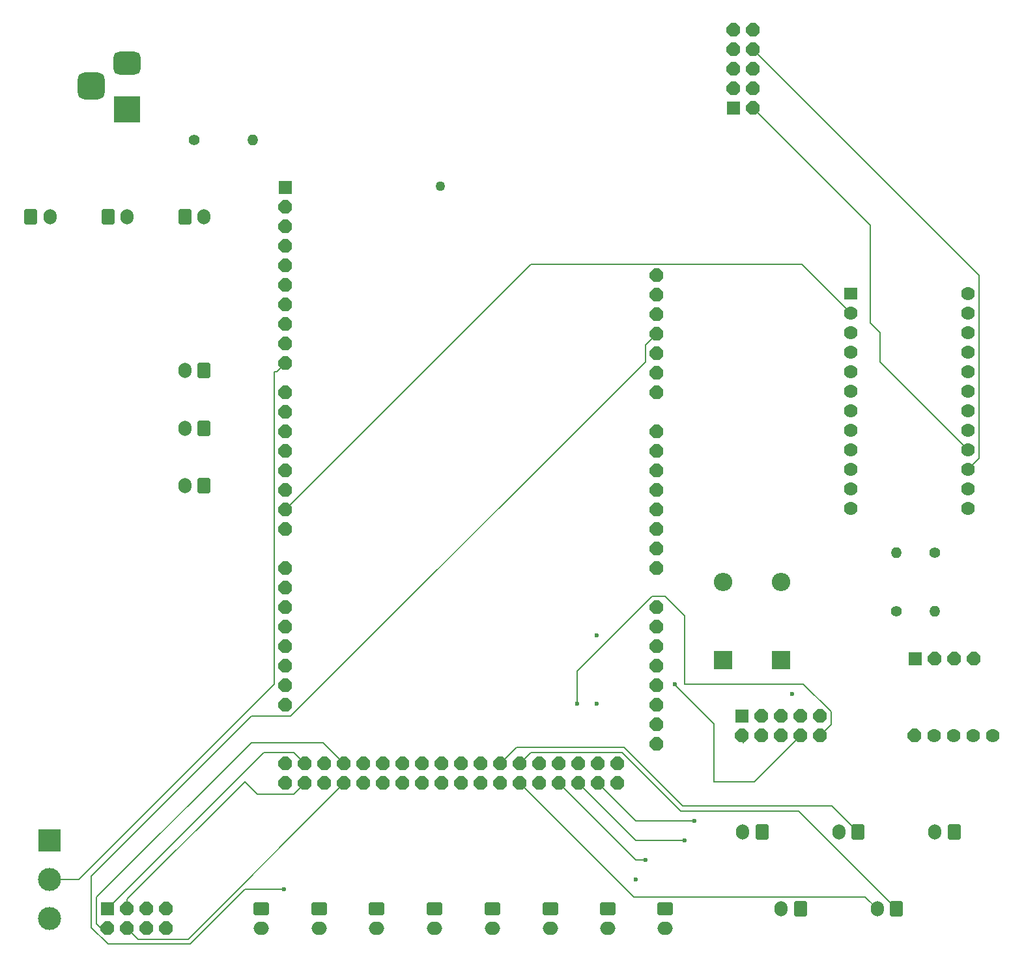
<source format=gbr>
%TF.GenerationSoftware,KiCad,Pcbnew,8.0.4*%
%TF.CreationDate,2024-09-16T22:19:33-06:00*%
%TF.ProjectId,main V3b,6d61696e-2056-4336-922e-6b696361645f,rev?*%
%TF.SameCoordinates,Original*%
%TF.FileFunction,Copper,L1,Top*%
%TF.FilePolarity,Positive*%
%FSLAX46Y46*%
G04 Gerber Fmt 4.6, Leading zero omitted, Abs format (unit mm)*
G04 Created by KiCad (PCBNEW 8.0.4) date 2024-09-16 22:19:33*
%MOMM*%
%LPD*%
G01*
G04 APERTURE LIST*
G04 Aperture macros list*
%AMRoundRect*
0 Rectangle with rounded corners*
0 $1 Rounding radius*
0 $2 $3 $4 $5 $6 $7 $8 $9 X,Y pos of 4 corners*
0 Add a 4 corners polygon primitive as box body*
4,1,4,$2,$3,$4,$5,$6,$7,$8,$9,$2,$3,0*
0 Add four circle primitives for the rounded corners*
1,1,$1+$1,$2,$3*
1,1,$1+$1,$4,$5*
1,1,$1+$1,$6,$7*
1,1,$1+$1,$8,$9*
0 Add four rect primitives between the rounded corners*
20,1,$1+$1,$2,$3,$4,$5,0*
20,1,$1+$1,$4,$5,$6,$7,0*
20,1,$1+$1,$6,$7,$8,$9,0*
20,1,$1+$1,$8,$9,$2,$3,0*%
%AMOutline5P*
0 Free polygon, 5 corners , with rotation*
0 The origin of the aperture is its center*
0 number of corners: always 5*
0 $1 to $10 corner X, Y*
0 $11 Rotation angle, in degrees counterclockwise*
0 create outline with 5 corners*
4,1,5,$1,$2,$3,$4,$5,$6,$7,$8,$9,$10,$1,$2,$11*%
%AMOutline6P*
0 Free polygon, 6 corners , with rotation*
0 The origin of the aperture is its center*
0 number of corners: always 6*
0 $1 to $12 corner X, Y*
0 $13 Rotation angle, in degrees counterclockwise*
0 create outline with 6 corners*
4,1,6,$1,$2,$3,$4,$5,$6,$7,$8,$9,$10,$11,$12,$1,$2,$13*%
%AMOutline7P*
0 Free polygon, 7 corners , with rotation*
0 The origin of the aperture is its center*
0 number of corners: always 7*
0 $1 to $14 corner X, Y*
0 $15 Rotation angle, in degrees counterclockwise*
0 create outline with 7 corners*
4,1,7,$1,$2,$3,$4,$5,$6,$7,$8,$9,$10,$11,$12,$13,$14,$1,$2,$15*%
%AMOutline8P*
0 Free polygon, 8 corners , with rotation*
0 The origin of the aperture is its center*
0 number of corners: always 8*
0 $1 to $16 corner X, Y*
0 $17 Rotation angle, in degrees counterclockwise*
0 create outline with 8 corners*
4,1,8,$1,$2,$3,$4,$5,$6,$7,$8,$9,$10,$11,$12,$13,$14,$15,$16,$1,$2,$17*%
G04 Aperture macros list end*
%TA.AperFunction,ComponentPad*%
%ADD10R,1.778000X1.778000*%
%TD*%
%TA.AperFunction,ComponentPad*%
%ADD11Outline8P,-0.889000X0.368236X-0.368236X0.889000X0.368236X0.889000X0.889000X0.368236X0.889000X-0.368236X0.368236X-0.889000X-0.368236X-0.889000X-0.889000X-0.368236X0.000000*%
%TD*%
%TA.AperFunction,ComponentPad*%
%ADD12R,3.500000X3.500000*%
%TD*%
%TA.AperFunction,ComponentPad*%
%ADD13RoundRect,0.750000X-1.000000X0.750000X-1.000000X-0.750000X1.000000X-0.750000X1.000000X0.750000X0*%
%TD*%
%TA.AperFunction,ComponentPad*%
%ADD14RoundRect,0.875000X-0.875000X0.875000X-0.875000X-0.875000X0.875000X-0.875000X0.875000X0.875000X0*%
%TD*%
%TA.AperFunction,ComponentPad*%
%ADD15RoundRect,0.250000X-0.750000X0.600000X-0.750000X-0.600000X0.750000X-0.600000X0.750000X0.600000X0*%
%TD*%
%TA.AperFunction,ComponentPad*%
%ADD16O,2.000000X1.700000*%
%TD*%
%TA.AperFunction,ComponentPad*%
%ADD17C,1.400000*%
%TD*%
%TA.AperFunction,ComponentPad*%
%ADD18O,1.400000X1.400000*%
%TD*%
%TA.AperFunction,ComponentPad*%
%ADD19Outline8P,-0.889000X0.368236X-0.368236X0.889000X0.368236X0.889000X0.889000X0.368236X0.889000X-0.368236X0.368236X-0.889000X-0.368236X-0.889000X-0.889000X-0.368236X90.000000*%
%TD*%
%TA.AperFunction,ComponentPad*%
%ADD20RoundRect,0.250000X-0.600000X-0.750000X0.600000X-0.750000X0.600000X0.750000X-0.600000X0.750000X0*%
%TD*%
%TA.AperFunction,ComponentPad*%
%ADD21O,1.700000X2.000000*%
%TD*%
%TA.AperFunction,ComponentPad*%
%ADD22RoundRect,0.250000X0.600000X0.750000X-0.600000X0.750000X-0.600000X-0.750000X0.600000X-0.750000X0*%
%TD*%
%TA.AperFunction,ComponentPad*%
%ADD23R,2.400000X2.400000*%
%TD*%
%TA.AperFunction,ComponentPad*%
%ADD24O,2.400000X2.400000*%
%TD*%
%TA.AperFunction,ComponentPad*%
%ADD25R,3.000000X3.000000*%
%TD*%
%TA.AperFunction,ComponentPad*%
%ADD26C,3.000000*%
%TD*%
%TA.AperFunction,ComponentPad*%
%ADD27Outline8P,-0.889000X0.368236X-0.368236X0.889000X0.368236X0.889000X0.889000X0.368236X0.889000X-0.368236X0.368236X-0.889000X-0.368236X-0.889000X-0.889000X-0.368236X180.000000*%
%TD*%
%TA.AperFunction,ComponentPad*%
%ADD28R,1.778000X1.524000*%
%TD*%
%TA.AperFunction,ComponentPad*%
%ADD29C,1.778000*%
%TD*%
%TA.AperFunction,ViaPad*%
%ADD30C,1.270000*%
%TD*%
%TA.AperFunction,ViaPad*%
%ADD31C,0.600000*%
%TD*%
%TA.AperFunction,Conductor*%
%ADD32C,0.200000*%
%TD*%
G04 APERTURE END LIST*
D10*
%TO.P,U$2,CLK,CLK*%
%TO.N,Net-(R2-Pad1)*%
X184960000Y-125000000D03*
D11*
%TO.P,U$2,DIO,DIO*%
%TO.N,Net-(R3-Pad2)*%
X187500000Y-125000000D03*
%TO.P,U$2,GND,GND*%
%TO.N,GND*%
X190040000Y-125000000D03*
%TO.P,U$2,VCC,VCC*%
%TO.N,/5V*%
X192580000Y-125000000D03*
%TD*%
D12*
%TO.P,J1,1,1*%
%TO.N,/RAW_IN*%
X82500000Y-53500000D03*
D13*
%TO.P,J1,2,2*%
%TO.N,unconnected-(J1-Pad2)*%
X82500000Y-47500000D03*
D14*
%TO.P,J1,3,3*%
%TO.N,GND*%
X77800000Y-50500000D03*
%TD*%
D15*
%TO.P,SW6,1,S*%
%TO.N,Net-(SW6A-S)*%
X137500000Y-157500000D03*
D16*
%TO.P,SW6,2,S*%
%TO.N,GND*%
X137500000Y-160000000D03*
%TD*%
D15*
%TO.P,SW4,1,S*%
%TO.N,Net-(SW4A-S)*%
X122450000Y-157500000D03*
D16*
%TO.P,SW4,2,S*%
%TO.N,GND*%
X122450000Y-160000000D03*
%TD*%
D15*
%TO.P,SW1,1,S*%
%TO.N,Net-(SW1A-S)*%
X99950000Y-157500000D03*
D16*
%TO.P,SW1,2,S*%
%TO.N,GND*%
X99950000Y-160000000D03*
%TD*%
D17*
%TO.P,R2,1,1*%
%TO.N,Net-(R2-Pad1)*%
X182500000Y-118810000D03*
D18*
%TO.P,R2,2,2*%
%TO.N,/5V*%
X182500000Y-111190000D03*
%TD*%
D19*
%TO.P,1,3V3,3V3*%
%TO.N,unconnected-(1-Pad3V3)*%
X163830000Y-43180000D03*
%TO.P,1,5V,5V*%
%TO.N,/5V*%
X161290000Y-43180000D03*
D10*
%TO.P,1,GND@1,GND*%
%TO.N,GND*%
X161290000Y-53340000D03*
D19*
%TO.P,1,GND@2,GND*%
X161290000Y-45720000D03*
%TO.P,1,INT,INT*%
%TO.N,unconnected-(1-PadINT)*%
X161290000Y-50800000D03*
%TO.P,1,MISO,MISO*%
%TO.N,Net-(U1-12)*%
X163830000Y-45720000D03*
%TO.P,1,MOSI,MOSI*%
%TO.N,Net-(U1-11)*%
X163830000Y-48260000D03*
%TO.P,1,RST,RST*%
%TO.N,/RESET*%
X161290000Y-48260000D03*
%TO.P,1,SCLK,SCLK*%
%TO.N,Net-(U1-13)*%
X163830000Y-53340000D03*
%TO.P,1,SCS,SCS*%
%TO.N,Net-(U1-10)*%
X163830000Y-50800000D03*
%TD*%
D20*
%TO.P,POWER_LED0,1,S*%
%TO.N,/5V*%
X90000000Y-67500000D03*
D21*
%TO.P,POWER_LED0,2,S*%
%TO.N,Net-(POWER_LED0B-S)*%
X92500000Y-67500000D03*
%TD*%
D22*
%TO.P,JACK_CON3,1,S*%
%TO.N,Net-(JACK_CON3A-S)*%
X177500000Y-147500000D03*
D21*
%TO.P,JACK_CON3,2,S*%
%TO.N,Net-(JACK_CON3B-S)*%
X175000000Y-147500000D03*
%TD*%
D22*
%TO.P,JACK_CON1,1,S*%
%TO.N,Net-(JACK_CON1A-S)*%
X165000000Y-147500000D03*
D21*
%TO.P,JACK_CON1,2,S*%
%TO.N,Net-(JACK_CON1B-S)*%
X162500000Y-147500000D03*
%TD*%
D10*
%TO.P,U$3,3V3,3V3*%
%TO.N,Net-(D2-K)*%
X162380000Y-132460000D03*
D11*
%TO.P,U$3,5V,5V*%
%TO.N,Net-(D1-K)*%
X164920000Y-132460000D03*
%TO.P,U$3,GND,GND*%
%TO.N,GND*%
X167460000Y-132460000D03*
%TO.P,U$3,MISO,MISO*%
%TO.N,/MISO*%
X172540000Y-135000000D03*
%TO.P,U$3,MOSI,MOSI*%
%TO.N,/MOSI*%
X172540000Y-132460000D03*
%TO.P,U$3,SCK,SCK*%
%TO.N,/SCK*%
X170000000Y-132460000D03*
%TO.P,U$3,SD_CS,SD_CS*%
%TO.N,/D48*%
X170000000Y-135000000D03*
%TO.P,U$3,SPKR,SPKR*%
%TO.N,/D2*%
X162380000Y-135000000D03*
%TO.P,U$3,TFT_CS,TFT_CS*%
%TO.N,/D53*%
X167460000Y-135000000D03*
%TO.P,U$3,TFT_DC,TFT_DC*%
%TO.N,Net-(U$1-PadD49)*%
X164920000Y-135000000D03*
%TD*%
D22*
%TO.P,SECTION_2_BUTTON0,1,KL*%
%TO.N,Net-(SECTION_2_BUTTON0A-KL)*%
X92500000Y-95000000D03*
D21*
%TO.P,SECTION_2_BUTTON0,2,KL*%
%TO.N,GND*%
X90000000Y-95000000D03*
%TD*%
D15*
%TO.P,SW5,1,S*%
%TO.N,Net-(SW5A-S)*%
X129950000Y-157500000D03*
D16*
%TO.P,SW5,2,S*%
%TO.N,GND*%
X129950000Y-160000000D03*
%TD*%
D20*
%TO.P,RESET0,1,S*%
%TO.N,/RESET*%
X80000000Y-67500000D03*
D21*
%TO.P,RESET0,2,S*%
%TO.N,GND*%
X82500000Y-67500000D03*
%TD*%
D20*
%TO.P,PWR_IN0,1,S*%
%TO.N,/RAW_IN*%
X70000000Y-67500000D03*
D21*
%TO.P,PWR_IN0,2,S*%
%TO.N,/5V*%
X72500000Y-67500000D03*
%TD*%
D23*
%TO.P,D2,1,K*%
%TO.N,Net-(D2-K)*%
X160000000Y-125160000D03*
D24*
%TO.P,D2,2,A*%
%TO.N,/3V3*%
X160000000Y-115000000D03*
%TD*%
D15*
%TO.P,SW3,1,S*%
%TO.N,Net-(SW3A-S)*%
X114950000Y-157500000D03*
D16*
%TO.P,SW3,2,S*%
%TO.N,GND*%
X114950000Y-160000000D03*
%TD*%
D22*
%TO.P,JACK_CON5,1,S*%
%TO.N,Net-(JACK_CON5A-S)*%
X190000000Y-147500000D03*
D21*
%TO.P,JACK_CON5,2,S*%
%TO.N,Net-(JACK_CON5B-S)*%
X187500000Y-147500000D03*
%TD*%
D15*
%TO.P,SW2,1,S*%
%TO.N,Net-(SW2A-S)*%
X107450000Y-157500000D03*
D16*
%TO.P,SW2,2,S*%
%TO.N,GND*%
X107450000Y-160000000D03*
%TD*%
D17*
%TO.P,R1,1,1*%
%TO.N,Net-(POWER_LED0B-S)*%
X91190000Y-57500000D03*
D18*
%TO.P,R1,2,2*%
%TO.N,GND*%
X98810000Y-57500000D03*
%TD*%
D15*
%TO.P,SW8,1,S*%
%TO.N,Net-(SW8A-S)*%
X152450000Y-157500000D03*
D16*
%TO.P,SW8,2,S*%
%TO.N,GND*%
X152450000Y-160000000D03*
%TD*%
D10*
%TO.P,U$4,P1,P1*%
%TO.N,Net-(U$1-PadD22)*%
X79960000Y-157460000D03*
D11*
%TO.P,U$4,P2,P2*%
%TO.N,Net-(U$1-PadD23)*%
X82500000Y-157460000D03*
%TO.P,U$4,P3,P3*%
%TO.N,Net-(U$1-PadD24)*%
X85040000Y-157460000D03*
%TO.P,U$4,P4,P4*%
%TO.N,Net-(U$1-PadD25)*%
X87580000Y-157460000D03*
%TO.P,U$4,PA,PA*%
%TO.N,Net-(U$1-PadD26)*%
X79960000Y-160000000D03*
%TO.P,U$4,PB,PB*%
%TO.N,Net-(U$1-PadD27)*%
X82500000Y-160000000D03*
%TO.P,U$4,PC,PC*%
%TO.N,Net-(U$1-PadD28)*%
X85040000Y-160000000D03*
%TO.P,U$4,PD,PD*%
%TO.N,/D29*%
X87580000Y-160000000D03*
%TD*%
D15*
%TO.P,SW7,1,S*%
%TO.N,Net-(SW7A-S)*%
X144950000Y-157500000D03*
D16*
%TO.P,SW7,2,S*%
%TO.N,GND*%
X144950000Y-160000000D03*
%TD*%
D25*
%TO.P,X1,1,KL*%
%TO.N,/5V*%
X72390000Y-148590000D03*
D26*
%TO.P,X1,2,KL*%
%TO.N,Net-(X1B-KL)*%
X72390000Y-153670000D03*
%TO.P,X1,3,KL*%
%TO.N,GND*%
X72390000Y-158750000D03*
%TD*%
D27*
%TO.P,U$1,3V3,3V3*%
%TO.N,/3V3*%
X151328500Y-80210000D03*
%TO.P,U$1,5V@1,5V*%
%TO.N,Net-(U$1-5V-Pad5V@1)*%
X151328500Y-82750000D03*
%TO.P,U$1,5V@2,5V*%
X103068500Y-138630000D03*
%TO.P,U$1,5V@3,5V*%
X103068500Y-141170000D03*
%TO.P,U$1,A0,A0*%
%TO.N,unconnected-(U$1-PadA0)*%
X151328500Y-95450000D03*
%TO.P,U$1,A1,A1*%
%TO.N,unconnected-(U$1-PadA1)*%
X151328500Y-97990000D03*
%TO.P,U$1,A2,A2*%
%TO.N,unconnected-(U$1-PadA2)*%
X151328500Y-100530000D03*
%TO.P,U$1,A3,A3*%
%TO.N,unconnected-(U$1-PadA3)*%
X151328500Y-103070000D03*
%TO.P,U$1,A4,A4*%
%TO.N,unconnected-(U$1-PadA4)*%
X151328500Y-105610000D03*
%TO.P,U$1,A5,A5*%
%TO.N,unconnected-(U$1-PadA5)*%
X151328500Y-108150000D03*
%TO.P,U$1,A6,A6*%
%TO.N,unconnected-(U$1-PadA6)*%
X151328500Y-110690000D03*
%TO.P,U$1,A7,A7*%
%TO.N,unconnected-(U$1-PadA7)*%
X151328500Y-113230000D03*
%TO.P,U$1,A8,A8*%
%TO.N,unconnected-(U$1-PadA8)*%
X151328500Y-118310000D03*
%TO.P,U$1,A9,A9*%
%TO.N,unconnected-(U$1-PadA9)*%
X151328500Y-120850000D03*
%TO.P,U$1,A10,A10*%
%TO.N,unconnected-(U$1-PadA10)*%
X151328500Y-123390000D03*
%TO.P,U$1,A11,A11*%
%TO.N,unconnected-(U$1-PadA11)*%
X151328500Y-125930000D03*
%TO.P,U$1,A12,A12*%
%TO.N,unconnected-(U$1-PadA12)*%
X151328500Y-128470000D03*
%TO.P,U$1,A13,A13*%
%TO.N,unconnected-(U$1-PadA13)*%
X151328500Y-131010000D03*
%TO.P,U$1,A14,A14*%
%TO.N,unconnected-(U$1-PadA14)*%
X151328500Y-133550000D03*
%TO.P,U$1,A15,A15*%
%TO.N,unconnected-(U$1-PadA15)*%
X151328500Y-136090000D03*
%TO.P,U$1,AREF,AREF*%
%TO.N,unconnected-(U$1-PadAREF)*%
X103068500Y-68780000D03*
%TO.P,U$1,D0,D0*%
%TO.N,Net-(U1-TXD)*%
X103068500Y-108150000D03*
%TO.P,U$1,D1,D1*%
%TO.N,Net-(U1-RXI)*%
X103068500Y-105610000D03*
%TO.P,U$1,D2,D2*%
%TO.N,/D2*%
X103068500Y-103070000D03*
%TO.P,U$1,D3,D3*%
%TO.N,unconnected-(U$1-PadD3)*%
X103068500Y-100530000D03*
%TO.P,U$1,D4,D4*%
%TO.N,Net-(R2-Pad1)*%
X103068500Y-97990000D03*
%TO.P,U$1,D5,D5*%
%TO.N,Net-(R3-Pad2)*%
X103068500Y-95450000D03*
%TO.P,U$1,D6,D6*%
%TO.N,unconnected-(U$1-PadD6)*%
X103068500Y-92910000D03*
%TO.P,U$1,D7,D7*%
%TO.N,unconnected-(U$1-PadD7)*%
X103068500Y-90370000D03*
%TO.P,U$1,D8,D8*%
%TO.N,Net-(X1B-KL)*%
X103068500Y-86560000D03*
%TO.P,U$1,D9,D9*%
%TO.N,Net-(SECTION_1_BUTTON0A-KL)*%
X103068500Y-84020000D03*
%TO.P,U$1,D10,D10*%
%TO.N,Net-(SECTION_2_BUTTON0A-KL)*%
X103068500Y-81480000D03*
%TO.P,U$1,D11,D11*%
%TO.N,Net-(SECTION_3_BUTTON0A-KL)*%
X103068500Y-78940000D03*
%TO.P,U$1,D12,D12*%
%TO.N,unconnected-(U$1-PadD12)*%
X103068500Y-76400000D03*
%TO.P,U$1,D13,D13*%
%TO.N,unconnected-(U$1-PadD13)*%
X103068500Y-73860000D03*
%TO.P,U$1,D14,D14*%
%TO.N,unconnected-(U$1-PadD14)*%
X103068500Y-113230000D03*
%TO.P,U$1,D15,D15*%
%TO.N,unconnected-(U$1-PadD15)*%
X103068500Y-115770000D03*
%TO.P,U$1,D16,D16*%
%TO.N,unconnected-(U$1-PadD16)*%
X103068500Y-118310000D03*
%TO.P,U$1,D17,D17*%
%TO.N,unconnected-(U$1-PadD17)*%
X103068500Y-120850000D03*
%TO.P,U$1,D18,D18*%
%TO.N,unconnected-(U$1-PadD18)*%
X103068500Y-123390000D03*
%TO.P,U$1,D19,D19*%
%TO.N,unconnected-(U$1-PadD19)*%
X103068500Y-125930000D03*
%TO.P,U$1,D20,D20*%
%TO.N,Net-(U$1-PadD20)*%
X103068500Y-128470000D03*
%TO.P,U$1,D21,D21*%
%TO.N,/D21*%
X103068500Y-131010000D03*
%TO.P,U$1,D22,D22*%
%TO.N,Net-(U$1-PadD22)*%
X105608500Y-138630000D03*
%TO.P,U$1,D23,D23*%
%TO.N,Net-(U$1-PadD23)*%
X105608500Y-141170000D03*
%TO.P,U$1,D24,D24*%
%TO.N,Net-(U$1-PadD24)*%
X108148500Y-138630000D03*
%TO.P,U$1,D25,D25*%
%TO.N,Net-(U$1-PadD25)*%
X108148500Y-141170000D03*
%TO.P,U$1,D26,D26*%
%TO.N,Net-(U$1-PadD26)*%
X110688500Y-138630000D03*
%TO.P,U$1,D27,D27*%
%TO.N,Net-(U$1-PadD27)*%
X110688500Y-141170000D03*
%TO.P,U$1,D28,D28*%
%TO.N,Net-(U$1-PadD28)*%
X113228500Y-138630000D03*
%TO.P,U$1,D29,D29*%
%TO.N,/D29*%
X113228500Y-141170000D03*
%TO.P,U$1,D30,D30*%
%TO.N,Net-(SW1A-S)*%
X115768500Y-138630000D03*
%TO.P,U$1,D31,D31*%
%TO.N,Net-(SW2A-S)*%
X115768500Y-141170000D03*
%TO.P,U$1,D32,D32*%
%TO.N,Net-(SW3A-S)*%
X118308500Y-138630000D03*
%TO.P,U$1,D33,D33*%
%TO.N,Net-(SW4A-S)*%
X118308500Y-141170000D03*
%TO.P,U$1,D34,D34*%
%TO.N,Net-(SW5A-S)*%
X120848500Y-138630000D03*
%TO.P,U$1,D35,D35*%
%TO.N,Net-(SW6A-S)*%
X120848500Y-141170000D03*
%TO.P,U$1,D36,D36*%
%TO.N,Net-(SW7A-S)*%
X123388500Y-138630000D03*
%TO.P,U$1,D37,D37*%
%TO.N,Net-(SW8A-S)*%
X123388500Y-141170000D03*
%TO.P,U$1,D38,D38*%
%TO.N,Net-(JACK_CON1A-S)*%
X125928500Y-138630000D03*
%TO.P,U$1,D39,D39*%
%TO.N,Net-(JACK_CON1B-S)*%
X125928500Y-141170000D03*
%TO.P,U$1,D40,D40*%
%TO.N,Net-(JACK_CON2A-S)*%
X128468500Y-138630000D03*
%TO.P,U$1,D41,D41*%
%TO.N,Net-(JACK_CON2B-S)*%
X128468500Y-141170000D03*
%TO.P,U$1,D42,D42*%
%TO.N,Net-(JACK_CON3A-S)*%
X131008500Y-138630000D03*
%TO.P,U$1,D43,D43*%
%TO.N,Net-(JACK_CON3B-S)*%
X131008500Y-141170000D03*
%TO.P,U$1,D44,D44*%
%TO.N,Net-(JACK_CON4A-S)*%
X133548500Y-138630000D03*
%TO.P,U$1,D45,D45*%
%TO.N,Net-(JACK_CON4B-S)*%
X133548500Y-141170000D03*
%TO.P,U$1,D46,D46*%
%TO.N,Net-(JACK_CON5A-S)*%
X136088500Y-138630000D03*
%TO.P,U$1,D47,D47*%
%TO.N,Net-(JACK_CON5B-S)*%
X136088500Y-141170000D03*
%TO.P,U$1,D48,D48*%
%TO.N,/D48*%
X138628500Y-138630000D03*
%TO.P,U$1,D49,D49*%
%TO.N,Net-(U$1-PadD49)*%
X138628500Y-141170000D03*
%TO.P,U$1,D50,D50*%
%TO.N,/MISO*%
X141168500Y-138630000D03*
%TO.P,U$1,D51,D51*%
%TO.N,/MOSI*%
X141168500Y-141170000D03*
%TO.P,U$1,D52,D52*%
%TO.N,/SCK*%
X143708500Y-138630000D03*
%TO.P,U$1,D53,D53*%
%TO.N,/D53*%
X143708500Y-141170000D03*
%TO.P,U$1,GND@1,GND*%
%TO.N,GND*%
X103068500Y-71320000D03*
%TO.P,U$1,GND@2,GND*%
X151328500Y-87830000D03*
%TO.P,U$1,GND@3,GND*%
X151328500Y-85290000D03*
%TO.P,U$1,GND@4,GND*%
X146248500Y-138630000D03*
%TO.P,U$1,GND@5,GND*%
X146248500Y-141170000D03*
%TO.P,U$1,IOREF,IOREF*%
%TO.N,unconnected-(U$1-PadIOREF)*%
X151328500Y-75130000D03*
%TO.P,U$1,RESET,RESET*%
%TO.N,/RESET*%
X151328500Y-77670000D03*
D10*
%TO.P,U$1,SCL,SCL*%
%TO.N,unconnected-(U$1-PadSCL)*%
X103068500Y-63700000D03*
D27*
%TO.P,U$1,SDA,SDA*%
%TO.N,unconnected-(U$1-PadSDA)*%
X103068500Y-66240000D03*
%TO.P,U$1,VIN,VIN*%
%TO.N,/5V*%
X151328500Y-90370000D03*
%TD*%
D22*
%TO.P,JACK_CON2,1,S*%
%TO.N,Net-(JACK_CON2A-S)*%
X170000000Y-157500000D03*
D21*
%TO.P,JACK_CON2,2,S*%
%TO.N,Net-(JACK_CON2B-S)*%
X167500000Y-157500000D03*
%TD*%
D22*
%TO.P,SECTION_1_BUTTON0,1,KL*%
%TO.N,Net-(SECTION_1_BUTTON0A-KL)*%
X92500000Y-102500000D03*
D21*
%TO.P,SECTION_1_BUTTON0,2,KL*%
%TO.N,GND*%
X90000000Y-102500000D03*
%TD*%
D28*
%TO.P,U1,0,TXD*%
%TO.N,Net-(U1-TXD)*%
X176530000Y-77470000D03*
D29*
%TO.P,U1,1,RXI*%
%TO.N,Net-(U1-RXI)*%
X176530000Y-80010000D03*
%TO.P,U1,2,GND/RST*%
%TO.N,unconnected-(U1-GND{slash}RST-Pad2)*%
X176530000Y-82550000D03*
%TO.P,U1,3,GND*%
%TO.N,unconnected-(U1-GND-Pad3)*%
X176530000Y-85090000D03*
%TO.P,U1,4,2*%
%TO.N,unconnected-(U1-2-Pad4)*%
X176530000Y-87630000D03*
%TO.P,U1,5,3*%
%TO.N,unconnected-(U1-3-Pad5)*%
X176530000Y-90170000D03*
%TO.P,U1,6,4*%
%TO.N,unconnected-(U1-4-Pad6)*%
X176530000Y-92710000D03*
%TO.P,U1,7,5*%
%TO.N,unconnected-(U1-5-Pad7)*%
X176530000Y-95250000D03*
%TO.P,U1,8,6*%
%TO.N,unconnected-(U1-6-Pad8)*%
X176530000Y-97790000D03*
%TO.P,U1,9,7*%
%TO.N,unconnected-(U1-7-Pad9)*%
X176530000Y-100330000D03*
%TO.P,U1,10,8*%
%TO.N,unconnected-(U1-8-Pad10)*%
X176530000Y-102870000D03*
%TO.P,U1,11,9*%
%TO.N,unconnected-(U1-9-Pad11)*%
X176530000Y-105410000D03*
%TO.P,U1,12,10*%
%TO.N,Net-(U1-10)*%
X191770000Y-105410000D03*
%TO.P,U1,13,11*%
%TO.N,Net-(U1-11)*%
X191770000Y-102870000D03*
%TO.P,U1,14,12*%
%TO.N,Net-(U1-12)*%
X191770000Y-100330000D03*
%TO.P,U1,15,13*%
%TO.N,Net-(U1-13)*%
X191770000Y-97790000D03*
%TO.P,U1,16,A0*%
%TO.N,unconnected-(U1-A0-Pad16)*%
X191770000Y-95250000D03*
%TO.P,U1,17,A1*%
%TO.N,unconnected-(U1-A1-Pad17)*%
X191770000Y-92710000D03*
%TO.P,U1,18,A2*%
%TO.N,unconnected-(U1-A2-Pad18)*%
X191770000Y-90170000D03*
%TO.P,U1,19,A3*%
%TO.N,unconnected-(U1-A3-Pad19)*%
X191770000Y-87630000D03*
%TO.P,U1,20,VCC*%
%TO.N,/5V*%
X191770000Y-85090000D03*
%TO.P,U1,21,RST*%
%TO.N,/RESET*%
X191770000Y-82550000D03*
%TO.P,U1,22,GND*%
%TO.N,GND*%
X191770000Y-80010000D03*
%TO.P,U1,23,RAW*%
%TO.N,unconnected-(U1-RAW-Pad23)*%
X191770000Y-77470000D03*
%TD*%
D22*
%TO.P,JACK_CON4,1,S*%
%TO.N,Net-(JACK_CON4A-S)*%
X182500000Y-157500000D03*
D21*
%TO.P,JACK_CON4,2,S*%
%TO.N,Net-(JACK_CON4B-S)*%
X180000000Y-157500000D03*
%TD*%
D17*
%TO.P,R3,1,1*%
%TO.N,/5V*%
X187500000Y-111190000D03*
D18*
%TO.P,R3,2,2*%
%TO.N,Net-(R3-Pad2)*%
X187500000Y-118810000D03*
%TD*%
D29*
%TO.P,U$5,+,+*%
%TO.N,/5V*%
X192500000Y-135000000D03*
D11*
%TO.P,U$5,CLK,CLK*%
%TO.N,/D21*%
X184880000Y-135000000D03*
D29*
%TO.P,U$5,DT,DT*%
%TO.N,Net-(U$1-PadD20)*%
X187420000Y-135000000D03*
%TO.P,U$5,GND,GND*%
%TO.N,GND*%
X195040000Y-135000000D03*
%TO.P,U$5,SW,SW*%
%TO.N,unconnected-(U$5-PadSW)*%
X189960000Y-135000000D03*
%TD*%
D22*
%TO.P,SECTION_3_BUTTON0,1,KL*%
%TO.N,Net-(SECTION_3_BUTTON0A-KL)*%
X92500000Y-87500000D03*
D21*
%TO.P,SECTION_3_BUTTON0,2,KL*%
%TO.N,GND*%
X90000000Y-87500000D03*
%TD*%
D23*
%TO.P,D1,1,K*%
%TO.N,Net-(D1-K)*%
X167500000Y-125160000D03*
D24*
%TO.P,D1,2,A*%
%TO.N,/5V*%
X167500000Y-115000000D03*
%TD*%
D30*
%TO.N,/5V*%
X123190000Y-63500000D03*
D31*
%TO.N,Net-(JACK_CON5B-S)*%
X148590000Y-153670000D03*
%TO.N,/SCK*%
X143510000Y-121920000D03*
X168910000Y-129540000D03*
X143510000Y-130810000D03*
%TO.N,/MOSI*%
X154940000Y-148590000D03*
%TO.N,/D48*%
X153670000Y-128270000D03*
%TO.N,Net-(U$1-5V-Pad5V@1)*%
X102870000Y-154940000D03*
%TO.N,/D53*%
X156210000Y-146050000D03*
%TO.N,/MISO*%
X140970000Y-130810000D03*
%TO.N,Net-(U$1-PadD49)*%
X149860000Y-151130000D03*
%TD*%
D32*
%TO.N,Net-(JACK_CON3A-S)*%
X154715958Y-144122800D02*
X147095958Y-136502800D01*
X133135700Y-136502800D02*
X131008500Y-138630000D01*
X174122800Y-144122800D02*
X154715958Y-144122800D01*
X177500000Y-147500000D02*
X174122800Y-144122800D01*
X147095958Y-136502800D02*
X133135700Y-136502800D01*
%TO.N,Net-(JACK_CON3B-S)*%
X131008500Y-141170000D02*
X131008500Y-141168500D01*
X131008500Y-141168500D02*
X130810000Y-140970000D01*
%TO.N,Net-(JACK_CON4A-S)*%
X146823736Y-137160000D02*
X135018500Y-137160000D01*
X169780000Y-144780000D02*
X154443736Y-144780000D01*
X182500000Y-157500000D02*
X169780000Y-144780000D01*
X135018500Y-137160000D02*
X133548500Y-138630000D01*
X154443736Y-144780000D02*
X146823736Y-137160000D01*
%TO.N,Net-(JACK_CON4B-S)*%
X133548500Y-141170000D02*
X148321300Y-155942800D01*
X178442800Y-155942800D02*
X180000000Y-157500000D01*
X148321300Y-155942800D02*
X178442800Y-155942800D01*
%TO.N,Net-(JACK_CON5B-S)*%
X187500000Y-147500000D02*
X187780000Y-147500000D01*
X187780000Y-147500000D02*
X187960000Y-147320000D01*
%TO.N,Net-(SW6A-S)*%
X137500000Y-157500000D02*
X137450000Y-157500000D01*
%TO.N,/MOSI*%
X141168500Y-141170000D02*
X148588500Y-148590000D01*
X148588500Y-148590000D02*
X149860000Y-148590000D01*
X149860000Y-148590000D02*
X154940000Y-148590000D01*
%TO.N,/D48*%
X153670000Y-128270000D02*
X153670000Y-128335236D01*
X153670000Y-128335236D02*
X158750000Y-133415236D01*
X158750000Y-140970000D02*
X164030000Y-140970000D01*
X158750000Y-133415236D02*
X158750000Y-140970000D01*
X164030000Y-140970000D02*
X170000000Y-135000000D01*
%TO.N,Net-(U$1-5V-Pad5V@1)*%
X149882300Y-86337700D02*
X149882300Y-84196200D01*
X98683800Y-132456200D02*
X103763800Y-132456200D01*
X90684522Y-162103400D02*
X80018164Y-162103400D01*
X149882300Y-84196200D02*
X151328500Y-82750000D01*
X80018164Y-162103400D02*
X77856600Y-159941836D01*
X102870000Y-154940000D02*
X97847922Y-154940000D01*
X103763800Y-132456200D02*
X149882300Y-86337700D01*
X77856600Y-153283400D02*
X98683800Y-132456200D01*
X77856600Y-159941836D02*
X77856600Y-153283400D01*
X97847922Y-154940000D02*
X90684522Y-162103400D01*
%TO.N,/D53*%
X149860000Y-146050000D02*
X156210000Y-146050000D01*
X143708500Y-141170000D02*
X148588500Y-146050000D01*
X148588500Y-146050000D02*
X149860000Y-146050000D01*
%TO.N,/MISO*%
X140970000Y-126623264D02*
X150729464Y-116863800D01*
X170395236Y-128270000D02*
X173986200Y-131860964D01*
X140970000Y-130810000D02*
X140970000Y-126623264D01*
X154940000Y-128270000D02*
X170395236Y-128270000D01*
X152423800Y-116863800D02*
X154940000Y-119380000D01*
X173986200Y-133553800D02*
X172540000Y-135000000D01*
X150729464Y-116863800D02*
X152423800Y-116863800D01*
X154940000Y-119380000D02*
X154940000Y-128270000D01*
X173986200Y-131860964D02*
X173986200Y-133553800D01*
%TO.N,/D2*%
X162560000Y-135180000D02*
X162380000Y-135000000D01*
X162560000Y-135180000D02*
X162560000Y-135890000D01*
%TO.N,Net-(U$1-PadD26)*%
X107948500Y-135890000D02*
X110688500Y-138630000D01*
X78513800Y-159442800D02*
X78513800Y-156013800D01*
X78513800Y-156013800D02*
X98637600Y-135890000D01*
X79071000Y-160000000D02*
X78513800Y-159442800D01*
X98637600Y-135890000D02*
X107948500Y-135890000D01*
X79960000Y-160000000D02*
X79071000Y-160000000D01*
%TO.N,Net-(U$1-PadD24)*%
X85070000Y-157460000D02*
X85090000Y-157480000D01*
X85070000Y-157460000D02*
X85040000Y-157460000D01*
%TO.N,Net-(U$1-PadD49)*%
X148588500Y-151130000D02*
X149860000Y-151130000D01*
X138628500Y-141170000D02*
X148588500Y-151130000D01*
%TO.N,Net-(U$1-PadD22)*%
X79960000Y-157460000D02*
X79990000Y-157460000D01*
X104162300Y-137183800D02*
X105608500Y-138630000D01*
X79990000Y-157460000D02*
X80010000Y-157480000D01*
X100236200Y-137183800D02*
X104162300Y-137183800D01*
X79960000Y-157460000D02*
X100236200Y-137183800D01*
%TO.N,Net-(U$1-PadD23)*%
X99436200Y-142616200D02*
X104162300Y-142616200D01*
X104162300Y-142616200D02*
X105608500Y-141170000D01*
X82500000Y-157460000D02*
X82500000Y-156260000D01*
X97790000Y-140970000D02*
X99436200Y-142616200D01*
X82500000Y-156260000D02*
X97790000Y-140970000D01*
%TO.N,Net-(X1B-KL)*%
X76200000Y-153670000D02*
X101600000Y-128270000D01*
X101600000Y-87630000D02*
X101998500Y-87630000D01*
X101998500Y-87630000D02*
X103068500Y-86560000D01*
X101600000Y-128270000D02*
X101600000Y-87630000D01*
X72390000Y-153670000D02*
X76200000Y-153670000D01*
%TO.N,Net-(U$1-PadD27)*%
X83946200Y-161446200D02*
X90412300Y-161446200D01*
X82500000Y-160000000D02*
X83946200Y-161446200D01*
X90412300Y-161446200D02*
X110688500Y-141170000D01*
%TO.N,Net-(U1-RXI)*%
X134994700Y-73683800D02*
X170203800Y-73683800D01*
X170203800Y-73683800D02*
X176530000Y-80010000D01*
X103068500Y-105610000D02*
X134994700Y-73683800D01*
%TO.N,Net-(U1-13)*%
X180340000Y-82550000D02*
X180340000Y-86360000D01*
X180340000Y-86360000D02*
X191770000Y-97790000D01*
X179070000Y-81280000D02*
X180340000Y-82550000D01*
X163830000Y-53340000D02*
X179070000Y-68580000D01*
X179070000Y-68580000D02*
X179070000Y-81280000D01*
%TO.N,Net-(U1-12)*%
X193216200Y-75106200D02*
X163830000Y-45720000D01*
X191770000Y-100330000D02*
X193216200Y-98883800D01*
X193216200Y-98883800D02*
X193216200Y-75106200D01*
%TD*%
M02*

</source>
